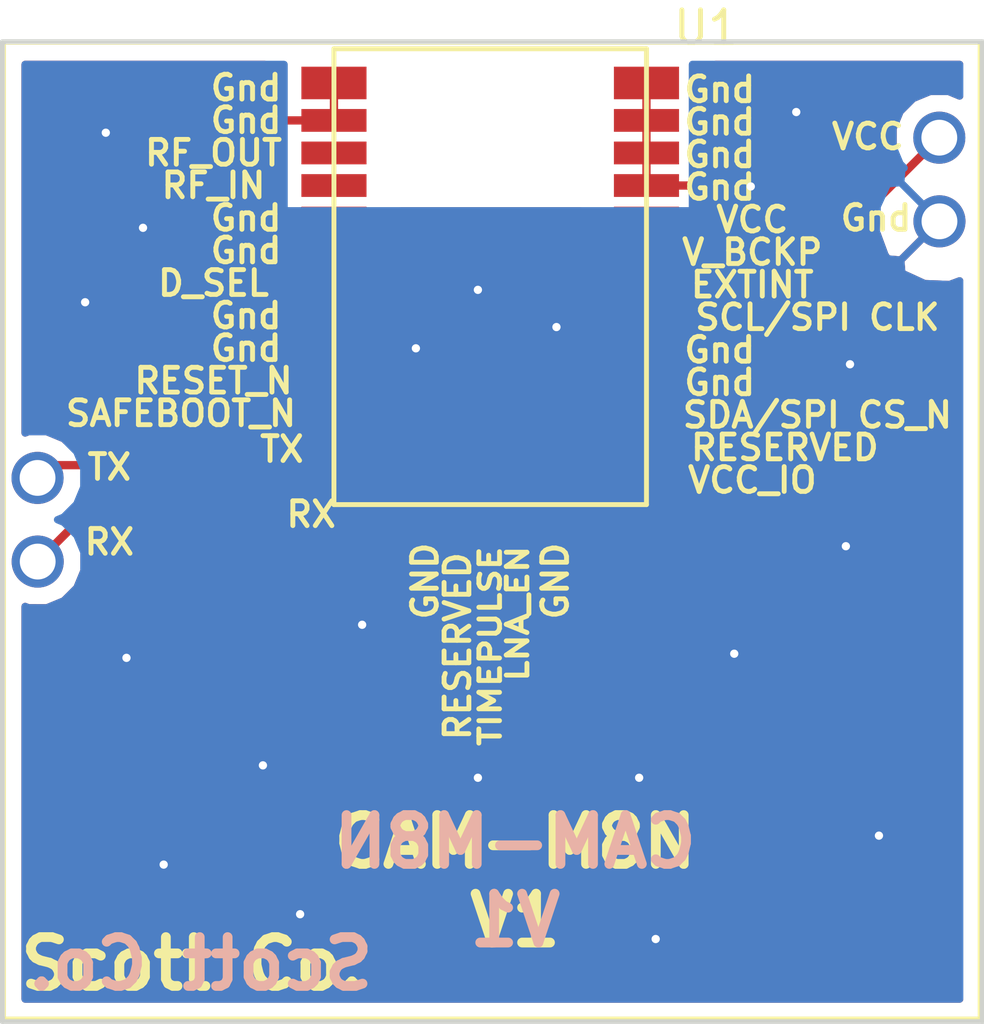
<source format=kicad_pcb>
(kicad_pcb (version 4) (host pcbnew 4.0.6)

  (general
    (links 24)
    (no_connects 1)
    (area 125.858999 90.715999 156.108001 120.965001)
    (thickness 1.6)
    (drawings 8)
    (tracks 75)
    (zones 0)
    (modules 1)
    (nets 8)
  )

  (page A4)
  (layers
    (0 F.Cu signal)
    (31 B.Cu signal)
    (32 B.Adhes user hide)
    (33 F.Adhes user)
    (34 B.Paste user)
    (35 F.Paste user)
    (36 B.SilkS user)
    (37 F.SilkS user)
    (38 B.Mask user hide)
    (39 F.Mask user hide)
    (40 Dwgs.User user hide)
    (41 Cmts.User user hide)
    (42 Eco1.User user hide)
    (43 Eco2.User user hide)
    (44 Edge.Cuts user)
    (45 Margin user hide)
    (46 B.CrtYd user hide)
    (47 F.CrtYd user hide)
    (48 B.Fab user hide)
    (49 F.Fab user hide)
  )

  (setup
    (last_trace_width 0.254)
    (trace_clearance 0.254)
    (zone_clearance 0.508)
    (zone_45_only no)
    (trace_min 0.1524)
    (segment_width 0.2)
    (edge_width 0.15)
    (via_size 0.381)
    (via_drill 0.254)
    (via_min_size 0.381)
    (via_min_drill 0.254)
    (user_via 0.508 0.3302)
    (user_via 0.889 0.508)
    (uvia_size 0.3)
    (uvia_drill 0.1)
    (uvias_allowed no)
    (uvia_min_size 0.2)
    (uvia_min_drill 0.1)
    (pcb_text_width 0.3)
    (pcb_text_size 1.5 1.5)
    (mod_edge_width 0.15)
    (mod_text_size 1 1)
    (mod_text_width 0.15)
    (pad_size 1.7 1.7)
    (pad_drill 1)
    (pad_to_mask_clearance 0.2)
    (aux_axis_origin 0 0)
    (grid_origin 135.84 90.41)
    (visible_elements 7FFEDFFF)
    (pcbplotparams
      (layerselection 0x00030_80000001)
      (usegerberextensions false)
      (excludeedgelayer true)
      (linewidth 0.100000)
      (plotframeref false)
      (viasonmask false)
      (mode 1)
      (useauxorigin false)
      (hpglpennumber 1)
      (hpglpenspeed 20)
      (hpglpendiameter 15)
      (hpglpenoverlay 2)
      (psnegative false)
      (psa4output false)
      (plotreference true)
      (plotvalue true)
      (plotinvisibletext false)
      (padsonsilk false)
      (subtractmaskfromsilk false)
      (outputformat 1)
      (mirror false)
      (drillshape 1)
      (scaleselection 1)
      (outputdirectory test))
  )

  (net 0 "")
  (net 1 "Net-(U1-Pad56)")
  (net 2 "Net-(U1-Pad54)")
  (net 3 "Net-(U1-Pad25)")
  (net 4 "Net-(U1-Pad26)")
  (net 5 "Net-(U1-Pad1)")
  (net 6 "Net-(U1-Pad16)")
  (net 7 GND)

  (net_class Default "This is the default net class."
    (clearance 0.254)
    (trace_width 0.254)
    (via_dia 0.381)
    (via_drill 0.254)
    (uvia_dia 0.3)
    (uvia_drill 0.1)
    (add_net GND)
    (add_net "Net-(U1-Pad1)")
    (add_net "Net-(U1-Pad16)")
    (add_net "Net-(U1-Pad25)")
    (add_net "Net-(U1-Pad26)")
    (add_net "Net-(U1-Pad54)")
    (add_net "Net-(U1-Pad56)")
  )

  (module EbayParts:CAM-M8Q (layer F.Cu) (tedit 59EEC32A) (tstamp 59EEEEF4)
    (at 135.967 91.807)
    (path /59EEC1A5)
    (fp_text reference U1 (at 11.6 -1.45) (layer F.SilkS)
      (effects (font (size 1 1) (thickness 0.15)))
    )
    (fp_text value CAM_M8Q (at 4.95 3.4) (layer F.Fab)
      (effects (font (size 1 1) (thickness 0.15)))
    )
    (fp_text user Gnd (at 16.8 4.4) (layer F.SilkS)
      (effects (font (size 0.762 0.762) (thickness 0.15)))
    )
    (fp_text user VCC (at 16.55 1.9) (layer F.SilkS)
      (effects (font (size 0.762 0.762) (thickness 0.15)))
    )
    (fp_text user RX (at -0.55 13.5) (layer F.SilkS)
      (effects (font (size 0.762 0.762) (thickness 0.15)))
    )
    (fp_text user TX (at -1.45 11.5) (layer F.SilkS)
      (effects (font (size 0.762 0.762) (thickness 0.15)))
    )
    (fp_text user GND (at 2.95 15.55 90) (layer F.SilkS)
      (effects (font (size 0.762 0.762) (thickness 0.15)))
    )
    (fp_text user RESERVED (at 3.95 17.55 90) (layer F.SilkS)
      (effects (font (size 0.762 0.762) (thickness 0.15)))
    )
    (fp_text user TIMEPULSE (at 4.95 17.55 90) (layer F.SilkS)
      (effects (font (size 0.635 0.762) (thickness 0.15)))
    )
    (fp_text user GND (at 6.95 15.55 90) (layer F.SilkS)
      (effects (font (size 0.762 0.762) (thickness 0.15)))
    )
    (fp_text user LNA_EN (at 5.792 16.55 90) (layer F.SilkS)
      (effects (font (size 0.635 0.762) (thickness 0.15)))
    )
    (fp_text user VCC_IO (at 13 12.45) (layer F.SilkS)
      (effects (font (size 0.762 0.762) (thickness 0.15)))
    )
    (fp_text user RESERVED (at 14 11.45) (layer F.SilkS)
      (effects (font (size 0.762 0.762) (thickness 0.15)))
    )
    (fp_text user "SDA/SPI CS_N" (at 15 10.45) (layer F.SilkS)
      (effects (font (size 0.762 0.762) (thickness 0.15)))
    )
    (fp_text user "SCL/SPI CLK" (at 15 7.45) (layer F.SilkS)
      (effects (font (size 0.762 0.762) (thickness 0.15)))
    )
    (fp_text user EXTINT (at 13 6.45) (layer F.SilkS)
      (effects (font (size 0.762 0.762) (thickness 0.15)))
    )
    (fp_text user V_BCKP (at 13 5.45) (layer F.SilkS)
      (effects (font (size 0.762 0.762) (thickness 0.15)))
    )
    (fp_text user VCC (at 13 4.45) (layer F.SilkS)
      (effects (font (size 0.762 0.762) (thickness 0.15)))
    )
    (fp_text user RX (at -6.75 14.35) (layer F.SilkS)
      (effects (font (size 0.762 0.762) (thickness 0.15)))
    )
    (fp_text user TX (at -6.75 12.05) (layer F.SilkS)
      (effects (font (size 0.762 0.762) (thickness 0.15)))
    )
    (fp_text user SAFEBOOT_N (at -4.55 10.4) (layer F.SilkS)
      (effects (font (size 0.762 0.762) (thickness 0.15)))
    )
    (fp_text user RESET_N (at -3.55 9.4) (layer F.SilkS)
      (effects (font (size 0.762 0.762) (thickness 0.15)))
    )
    (fp_text user D_SEL (at -3.55 6.4) (layer F.SilkS)
      (effects (font (size 0.762 0.762) (thickness 0.15)))
    )
    (fp_text user RF_IN (at -3.55 3.4) (layer F.SilkS)
      (effects (font (size 0.762 0.762) (thickness 0.15)))
    )
    (fp_text user RF_OUT (at -3.55 2.4) (layer F.SilkS)
      (effects (font (size 0.762 0.762) (thickness 0.15)))
    )
    (fp_text user Gnd (at -2.55 8.4) (layer F.SilkS)
      (effects (font (size 0.762 0.762) (thickness 0.15)))
    )
    (fp_text user Gnd (at -2.55 7.4) (layer F.SilkS)
      (effects (font (size 0.762 0.762) (thickness 0.15)))
    )
    (fp_text user Gnd (at -2.55 5.4) (layer F.SilkS)
      (effects (font (size 0.762 0.762) (thickness 0.15)))
    )
    (fp_text user Gnd (at -2.55 4.4) (layer F.SilkS)
      (effects (font (size 0.762 0.762) (thickness 0.15)))
    )
    (fp_text user Gnd (at -2.55 1.4) (layer F.SilkS)
      (effects (font (size 0.762 0.762) (thickness 0.15)))
    )
    (fp_text user Gnd (at -2.55 0.4) (layer F.SilkS)
      (effects (font (size 0.762 0.762) (thickness 0.15)))
    )
    (fp_text user Gnd (at 12 9.45) (layer F.SilkS)
      (effects (font (size 0.762 0.762) (thickness 0.15)))
    )
    (fp_text user Gnd (at 12 8.45) (layer F.SilkS)
      (effects (font (size 0.762 0.762) (thickness 0.15)))
    )
    (fp_text user Gnd (at 12 3.45) (layer F.SilkS)
      (effects (font (size 0.762 0.762) (thickness 0.15)))
    )
    (fp_text user Gnd (at 12 2.45) (layer F.SilkS)
      (effects (font (size 0.762 0.762) (thickness 0.15)))
    )
    (fp_text user Gnd (at 12 0.45) (layer F.SilkS)
      (effects (font (size 0.762 0.762) (thickness 0.15)))
    )
    (fp_text user Gnd (at 12 1.45) (layer F.SilkS)
      (effects (font (size 0.762 0.762) (thickness 0.15)))
    )
    (fp_line (start -10 -1) (end 20 -1) (layer F.SilkS) (width 0.15))
    (fp_line (start 20 -1) (end 20 29) (layer F.SilkS) (width 0.15))
    (fp_line (start 20 29) (end -10 29) (layer F.SilkS) (width 0.15))
    (fp_line (start -10 29) (end -10 -1) (layer F.SilkS) (width 0.15))
    (fp_line (start 0.15 13.2) (end 9.75 13.2) (layer F.SilkS) (width 0.15))
    (fp_line (start 9.75 13.2) (end 9.75 -0.8) (layer F.SilkS) (width 0.15))
    (fp_line (start 0.15 -0.8) (end 0.15 13.2) (layer F.SilkS) (width 0.15))
    (fp_line (start 0.15 -0.8) (end 9.75 -0.8) (layer F.SilkS) (width 0.15))
    (pad 62 thru_hole circle (at -8.9548 12.3804) (size 1.6 1.6) (drill 1.1) (layers *.Cu *.Mask)
      (net 1 "Net-(U1-Pad56)"))
    (pad 63 thru_hole circle (at -8.95 14.95) (size 1.6 1.6) (drill 1.1) (layers *.Cu *.Mask)
      (net 2 "Net-(U1-Pad54)"))
    (pad 61 thru_hole circle (at 18.75 4.5) (size 1.6 1.6) (drill 1.1) (layers *.Cu *.Mask)
      (net 7 GND))
    (pad 56 smd rect (at -4.7244 11.9888) (size 1.27 1.27) (layers F.Cu F.Paste F.Mask)
      (net 1 "Net-(U1-Pad56)"))
    (pad 54 smd rect (at -4.7244 13.97) (size 1.27 1.27) (layers F.Cu F.Paste F.Mask)
      (net 2 "Net-(U1-Pad54)"))
    (pad 55 smd rect (at -2.254 12) (size 1.27 1.27) (layers F.Cu F.Paste F.Mask)
      (net 3 "Net-(U1-Pad25)"))
    (pad 53 smd rect (at -2.254 14) (size 1.27 1.27) (layers F.Cu F.Paste F.Mask)
      (net 4 "Net-(U1-Pad26)"))
    (pad 50 smd rect (at 9.453 14.567) (size 1.27 1.27) (layers F.Cu F.Paste F.Mask)
      (net 7 GND))
    (pad 51 smd rect (at 11.35 14.6) (size 1.27 1.27) (layers F.Cu F.Paste F.Mask)
      (net 5 "Net-(U1-Pad1)"))
    (pad 28 smd rect (at 3.95 13.2) (size 0.7 2) (layers F.Cu F.Paste F.Mask))
    (pad 29 smd rect (at 4.95 13.2) (size 0.7 2) (layers F.Cu F.Paste F.Mask))
    (pad 30 smd rect (at 5.95 13.2) (size 0.7 2) (layers F.Cu F.Paste F.Mask))
    (pad 31 smd rect (at 6.95 13.2) (size 0.7 2) (layers F.Cu F.Paste F.Mask)
      (net 7 GND))
    (pad 27 smd rect (at 2.95 13.2) (size 0.7 2) (layers F.Cu F.Paste F.Mask)
      (net 7 GND))
    (pad 1 smd rect (at 9.75 12.4) (size 2 0.7) (layers F.Cu F.Paste F.Mask)
      (net 5 "Net-(U1-Pad1)"))
    (pad 2 smd rect (at 9.75 11.4) (size 2 0.7) (layers F.Cu F.Paste F.Mask))
    (pad 3 smd rect (at 9.75 10.4) (size 2 0.7) (layers F.Cu F.Paste F.Mask))
    (pad 4 smd rect (at 9.75 9.4) (size 2 0.7) (layers F.Cu F.Paste F.Mask)
      (net 7 GND))
    (pad 5 smd rect (at 9.75 8.4) (size 2 0.7) (layers F.Cu F.Paste F.Mask)
      (net 7 GND))
    (pad 6 smd rect (at 9.75 7.4) (size 2 0.7) (layers F.Cu F.Paste F.Mask))
    (pad 7 smd rect (at 9.75 6.4) (size 2 0.7) (layers F.Cu F.Paste F.Mask))
    (pad 8 smd rect (at 9.75 5.4) (size 2 0.7) (layers F.Cu F.Paste F.Mask)
      (net 5 "Net-(U1-Pad1)"))
    (pad 9 smd rect (at 9.75 4.4) (size 2 0.7) (layers F.Cu F.Paste F.Mask)
      (net 5 "Net-(U1-Pad1)"))
    (pad 10 smd rect (at 9.75 3.4) (size 2 0.7) (layers F.Cu F.Paste F.Mask)
      (net 7 GND))
    (pad 15 smd rect (at 0.15 1.4) (size 2 0.7) (layers F.Cu F.Paste F.Mask)
      (net 7 GND))
    (pad 16 smd rect (at 0.15 2.4) (size 2 0.7) (layers F.Cu F.Paste F.Mask)
      (net 6 "Net-(U1-Pad16)"))
    (pad 17 smd rect (at 0.15 3.4) (size 2 0.7) (layers F.Cu F.Paste F.Mask)
      (net 6 "Net-(U1-Pad16)"))
    (pad 18 smd rect (at 0.15 4.4) (size 2 0.7) (layers F.Cu F.Paste F.Mask)
      (net 7 GND))
    (pad 19 smd rect (at 0.15 5.4) (size 2 0.7) (layers F.Cu F.Paste F.Mask)
      (net 7 GND))
    (pad 20 smd rect (at 0.15 6.4) (size 2 0.7) (layers F.Cu F.Paste F.Mask))
    (pad 21 smd rect (at 0.15 7.4) (size 2 0.7) (layers F.Cu F.Paste F.Mask)
      (net 7 GND))
    (pad 22 smd rect (at 0.15 8.4) (size 2 0.7) (layers F.Cu F.Paste F.Mask)
      (net 7 GND))
    (pad 23 smd rect (at 0.15 9.4) (size 2 0.7) (layers F.Cu F.Paste F.Mask))
    (pad 24 smd rect (at 0.15 10.4) (size 2 0.7) (layers F.Cu F.Paste F.Mask))
    (pad 25 smd rect (at 0.15 11.4) (size 2 0.7) (layers F.Cu F.Paste F.Mask)
      (net 3 "Net-(U1-Pad25)"))
    (pad 26 smd rect (at 0.15 12.4) (size 2 0.7) (layers F.Cu F.Paste F.Mask)
      (net 4 "Net-(U1-Pad26)"))
    (pad 11 smd rect (at 9.75 2.4) (size 2 0.7) (layers F.Cu F.Paste F.Mask)
      (net 7 GND))
    (pad 12 smd rect (at 9.75 1.4) (size 2 0.7) (layers F.Cu F.Paste F.Mask)
      (net 7 GND))
    (pad 14 smd rect (at 0.15 0.25) (size 2 1) (layers F.Cu F.Paste F.Mask)
      (net 7 GND))
    (pad 13 smd rect (at 9.75 0.25) (size 2 1) (layers F.Cu F.Paste F.Mask)
      (net 7 GND))
    (pad 60 thru_hole circle (at 18.7452 1.9304) (size 1.6 1.6) (drill 1.1) (layers *.Cu *.Mask)
      (net 5 "Net-(U1-Pad1)"))
  )

  (gr_text "CAM-M8N\nV1" (at 141.682 116.572) (layer B.SilkS)
    (effects (font (size 1.5 1.5) (thickness 0.3)) (justify mirror))
  )
  (gr_text "Scott Co." (at 132.03 119.112) (layer B.SilkS) (tstamp 59EEF21B)
    (effects (font (size 1.5 1.5) (thickness 0.3)) (justify mirror))
  )
  (gr_text "Scott Co." (at 131.776 119.112) (layer F.SilkS)
    (effects (font (size 1.5 1.5) (thickness 0.3)))
  )
  (gr_line (start 156.033 90.791) (end 125.934 90.791) (angle 90) (layer Edge.Cuts) (width 0.15))
  (gr_line (start 156.033 120.89) (end 156.033 90.791) (angle 90) (layer Edge.Cuts) (width 0.15))
  (gr_line (start 125.934 120.89) (end 156.033 120.89) (angle 90) (layer Edge.Cuts) (width 0.15))
  (gr_line (start 125.934 90.791) (end 125.934 120.89) (angle 90) (layer Edge.Cuts) (width 0.15))
  (gr_text "CAM-M8N\nV1" (at 141.682 116.572) (layer F.SilkS)
    (effects (font (size 1.5 1.5) (thickness 0.3)))
  )

  (segment (start 131.2426 103.7958) (end 127.4038 103.7958) (width 0.254) (layer F.Cu) (net 1))
  (segment (start 127.4038 103.7958) (end 127.0122 104.1874) (width 0.254) (layer F.Cu) (net 1) (tstamp 59EEEF26))
  (segment (start 127.017 106.757) (end 127.997 105.777) (width 0.254) (layer F.Cu) (net 2))
  (segment (start 127.997 105.777) (end 131.2426 105.777) (width 0.254) (layer F.Cu) (net 2) (tstamp 59EEEF29))
  (segment (start 133.713 103.807) (end 134.313 103.207) (width 0.254) (layer F.Cu) (net 3))
  (segment (start 134.313 103.207) (end 136.117 103.207) (width 0.254) (layer F.Cu) (net 3) (tstamp 59EEEF2F))
  (segment (start 133.713 105.807) (end 135.313 104.207) (width 0.254) (layer F.Cu) (net 4))
  (segment (start 135.313 104.207) (end 136.117 104.207) (width 0.254) (layer F.Cu) (net 4) (tstamp 59EEEF2C))
  (segment (start 145.717 104.207) (end 147.189 104.207) (width 0.254) (layer F.Cu) (net 5))
  (segment (start 147.651 103.745) (end 147.651 96.506) (width 0.254) (layer F.Cu) (net 5) (tstamp 59EEEF43))
  (segment (start 147.189 104.207) (end 147.651 103.745) (width 0.254) (layer F.Cu) (net 5) (tstamp 59EEEF42))
  (segment (start 145.717 97.207) (end 146.95 97.207) (width 0.254) (layer F.Cu) (net 5))
  (segment (start 146.95 97.207) (end 147.651 96.506) (width 0.254) (layer F.Cu) (net 5) (tstamp 59EEEF3D))
  (segment (start 147.651 96.506) (end 147.95 96.207) (width 0.254) (layer F.Cu) (net 5) (tstamp 59EEEF46))
  (segment (start 145.717 96.207) (end 147.95 96.207) (width 0.254) (layer F.Cu) (net 5))
  (segment (start 147.95 96.207) (end 152.2426 96.207) (width 0.254) (layer F.Cu) (net 5) (tstamp 59EEEF40))
  (segment (start 152.2426 96.207) (end 154.7122 93.7374) (width 0.254) (layer F.Cu) (net 5) (tstamp 59EEEF39))
  (segment (start 147.317 106.407) (end 145.717 104.807) (width 0.254) (layer F.Cu) (net 5))
  (segment (start 145.717 104.807) (end 145.717 104.207) (width 0.254) (layer F.Cu) (net 5) (tstamp 59EEEF36))
  (via (at 130.252 96.506) (size 0.381) (drill 0.254) (layers F.Cu B.Cu) (net 7))
  (via (at 140.539 98.411) (size 0.381) (drill 0.254) (layers F.Cu B.Cu) (net 7))
  (via (at 135.078 117.588) (size 0.381) (drill 0.254) (layers F.Cu B.Cu) (net 7))
  (segment (start 140.539 113.27) (end 140.539 113.397) (width 0.254) (layer F.Cu) (net 7))
  (via (at 140.539 113.397) (size 0.381) (drill 0.254) (layers F.Cu B.Cu) (net 7))
  (via (at 146 118.35) (size 0.381) (drill 0.254) (layers F.Cu B.Cu) (net 7))
  (via (at 152.858 115.175) (size 0.381) (drill 0.254) (layers F.Cu B.Cu) (net 7))
  (via (at 148.413 109.587) (size 0.381) (drill 0.254) (layers F.Cu B.Cu) (net 7))
  (via (at 145.492 113.397) (size 0.381) (drill 0.254) (layers F.Cu B.Cu) (net 7))
  (via (at 133.935 113.016) (size 0.381) (drill 0.254) (layers F.Cu B.Cu) (net 7))
  (via (at 130.887 116.064) (size 0.381) (drill 0.254) (layers F.Cu B.Cu) (net 7))
  (via (at 129.744 109.714) (size 0.381) (drill 0.254) (layers F.Cu B.Cu) (net 7))
  (via (at 136.983 108.698) (size 0.381) (drill 0.254) (layers F.Cu B.Cu) (net 7))
  (via (at 151.842 106.285) (size 0.381) (drill 0.254) (layers F.Cu B.Cu) (net 7))
  (via (at 151.969 100.697) (size 0.381) (drill 0.254) (layers F.Cu B.Cu) (net 7))
  (via (at 150.318 92.95) (size 0.381) (drill 0.254) (layers F.Cu B.Cu) (net 7))
  (via (at 129.109 93.585) (size 0.381) (drill 0.254) (layers F.Cu B.Cu) (net 7))
  (via (at 128.474 98.792) (size 0.381) (drill 0.254) (layers F.Cu B.Cu) (net 7))
  (segment (start 142.917 105.007) (end 142.917 101.113) (width 0.254) (layer F.Cu) (net 7))
  (segment (start 142.917 101.113) (end 143.823 100.207) (width 0.254) (layer F.Cu) (net 7) (tstamp 59EEEFB9))
  (segment (start 136.117 99.207) (end 133.842 99.207) (width 0.254) (layer F.Cu) (net 7))
  (segment (start 133.493 98.858) (end 133.493 97.207) (width 0.254) (layer F.Cu) (net 7) (tstamp 59EEEFB6))
  (segment (start 133.842 99.207) (end 133.493 98.858) (width 0.254) (layer F.Cu) (net 7) (tstamp 59EEEFB5))
  (segment (start 136.117 93.207) (end 133.17 93.207) (width 0.254) (layer F.Cu) (net 7))
  (segment (start 133.17 93.207) (end 132.665 93.712) (width 0.254) (layer F.Cu) (net 7) (tstamp 59EEEFAF))
  (segment (start 132.665 93.712) (end 132.665 96.379) (width 0.254) (layer F.Cu) (net 7) (tstamp 59EEEFB0))
  (segment (start 132.665 96.379) (end 133.493 97.207) (width 0.254) (layer F.Cu) (net 7) (tstamp 59EEEFB1))
  (segment (start 133.493 97.207) (end 136.117 97.207) (width 0.254) (layer F.Cu) (net 7) (tstamp 59EEEFB2))
  (segment (start 145.717 95.207) (end 148.892 95.207) (width 0.254) (layer F.Cu) (net 7))
  (segment (start 148.892 95.207) (end 148.921 95.236) (width 0.254) (layer F.Cu) (net 7) (tstamp 59EEEFA0))
  (via (at 148.921 95.236) (size 0.381) (drill 0.254) (layers F.Cu B.Cu) (net 7))
  (segment (start 148.921 95.236) (end 149.048 95.363) (width 0.254) (layer B.Cu) (net 7) (tstamp 59EEEFA2))
  (segment (start 149.048 95.363) (end 149.048 98.665) (width 0.254) (layer B.Cu) (net 7) (tstamp 59EEEFA3))
  (segment (start 149.048 98.665) (end 148.159 99.554) (width 0.254) (layer B.Cu) (net 7) (tstamp 59EEEFA4))
  (segment (start 148.159 99.554) (end 142.952 99.554) (width 0.254) (layer B.Cu) (net 7) (tstamp 59EEEFA5))
  (via (at 142.952 99.554) (size 0.381) (drill 0.254) (layers F.Cu B.Cu) (net 7))
  (segment (start 142.952 99.554) (end 143.605 100.207) (width 0.254) (layer F.Cu) (net 7) (tstamp 59EEEFA7))
  (segment (start 143.605 100.207) (end 143.823 100.207) (width 0.254) (layer F.Cu) (net 7) (tstamp 59EEEFA8))
  (segment (start 143.823 100.207) (end 145.717 100.207) (width 0.254) (layer F.Cu) (net 7) (tstamp 59EEEFBC))
  (segment (start 145.717 94.207) (end 145.717 93.207) (width 0.254) (layer F.Cu) (net 7))
  (segment (start 145.717 92.057) (end 145.717 93.207) (width 0.254) (layer F.Cu) (net 7))
  (segment (start 145.717 95.207) (end 145.717 94.207) (width 0.254) (layer F.Cu) (net 7))
  (segment (start 145.717 100.207) (end 138.634 100.207) (width 0.254) (layer F.Cu) (net 7))
  (segment (start 145.717 100.207) (end 145.717 101.207) (width 0.254) (layer F.Cu) (net 7))
  (segment (start 138.634 100.207) (end 138.634 104.724) (width 0.254) (layer F.Cu) (net 7))
  (segment (start 138.634 104.724) (end 138.917 105.007) (width 0.254) (layer F.Cu) (net 7) (tstamp 59EEEF88))
  (via (at 138.634 100.207) (size 0.381) (drill 0.254) (layers F.Cu B.Cu) (net 7))
  (segment (start 138.634 100.207) (end 138.634 100.189) (width 0.254) (layer B.Cu) (net 7) (tstamp 59EEEF84))
  (segment (start 136.117 100.207) (end 138.634 100.207) (width 0.254) (layer F.Cu) (net 7))
  (segment (start 138.634 100.207) (end 138.652 100.207) (width 0.254) (layer F.Cu) (net 7) (tstamp 59EEEF81))
  (segment (start 138.652 100.207) (end 138.761 100.316) (width 0.254) (layer F.Cu) (net 7) (tstamp 59EEEF7E))
  (segment (start 136.117 100.207) (end 136.117 99.207) (width 0.254) (layer F.Cu) (net 7))
  (segment (start 136.117 96.207) (end 136.117 97.207) (width 0.254) (layer F.Cu) (net 7))
  (segment (start 136.117 92.057) (end 136.117 93.207) (width 0.254) (layer F.Cu) (net 7))
  (segment (start 142.917 105.007) (end 144.284 106.374) (width 0.254) (layer F.Cu) (net 7))
  (segment (start 144.284 106.374) (end 145.42 106.374) (width 0.254) (layer F.Cu) (net 7) (tstamp 59EEEF32))

  (zone (net 7) (net_name GND) (layer F.Cu) (tstamp 59EEEF48) (hatch edge 0.508)
    (connect_pads (clearance 0.508))
    (min_thickness 0.22606)
    (fill yes (arc_segments 16) (thermal_gap 1.016) (thermal_bridge_width 0.2286))
    (polygon
      (pts
        (xy 155.906 120.763) (xy 126.061 120.763) (xy 126.061 90.918) (xy 134.697 90.918) (xy 134.697 95.871)
        (xy 147.016 95.871) (xy 147.016 90.918) (xy 155.906 90.791)
      )
    )
    (filled_polygon
      (pts
        (xy 143.759855 96.196544) (xy 144.077456 96.514145) (xy 144.083804 96.516774) (xy 144.083804 96.557) (xy 144.113065 96.712507)
        (xy 144.083804 96.857) (xy 144.083804 97.557) (xy 144.113065 97.712507) (xy 144.083804 97.857) (xy 144.083804 98.557)
        (xy 144.113065 98.712507) (xy 144.083804 98.857) (xy 144.083804 98.897226) (xy 144.077456 98.899855) (xy 143.759855 99.217456)
        (xy 143.58797 99.632422) (xy 143.58797 99.923473) (xy 143.820904 100.156407) (xy 143.759855 100.217456) (xy 143.688305 100.390192)
        (xy 143.58797 100.490527) (xy 143.58797 100.923473) (xy 143.688305 101.023808) (xy 143.759855 101.196544) (xy 143.820904 101.257593)
        (xy 143.58797 101.490527) (xy 143.58797 101.781578) (xy 143.759855 102.196544) (xy 144.077456 102.514145) (xy 144.083804 102.516774)
        (xy 144.083804 102.557) (xy 144.113065 102.712507) (xy 144.083804 102.857) (xy 144.083804 103.227115) (xy 143.906544 103.049855)
        (xy 143.491578 102.87797) (xy 143.200527 102.87797) (xy 142.91827 103.160227) (xy 142.91827 105.00573) (xy 142.93827 105.00573)
        (xy 142.93827 105.00827) (xy 142.91827 105.00827) (xy 142.91827 106.853773) (xy 143.200527 107.13603) (xy 143.491578 107.13603)
        (xy 143.65597 107.067936) (xy 143.65597 107.233578) (xy 143.827855 107.648544) (xy 144.145456 107.966145) (xy 144.560422 108.13803)
        (xy 145.136473 108.13803) (xy 145.41873 107.855773) (xy 145.41873 106.37527) (xy 145.39873 106.37527) (xy 145.39873 106.37273)
        (xy 145.41873 106.37273) (xy 145.41873 106.35273) (xy 145.42127 106.35273) (xy 145.42127 106.37273) (xy 145.44127 106.37273)
        (xy 145.44127 106.37527) (xy 145.42127 106.37527) (xy 145.42127 107.855773) (xy 145.703527 108.13803) (xy 146.279578 108.13803)
        (xy 146.694544 107.966145) (xy 146.985493 107.675196) (xy 147.952 107.675196) (xy 148.18214 107.631892) (xy 148.393509 107.49588)
        (xy 148.535309 107.288349) (xy 148.585196 107.042) (xy 148.585196 105.772) (xy 148.541892 105.54186) (xy 148.40588 105.330491)
        (xy 148.198349 105.188691) (xy 147.952 105.138804) (xy 147.106678 105.138804) (xy 147.049134 105.08126) (xy 147.158509 105.01088)
        (xy 147.197876 104.953264) (xy 147.475259 104.89809) (xy 147.717937 104.735937) (xy 148.179937 104.273937) (xy 148.34209 104.031259)
        (xy 148.39903 103.745) (xy 148.39903 96.95503) (xy 152.2426 96.95503) (xy 152.528859 96.89809) (xy 152.771537 96.735937)
        (xy 152.806156 96.701318) (xy 153.040673 97.335744) (xy 153.125062 97.462041) (xy 153.524935 97.497269) (xy 154.715204 96.307)
        (xy 154.701062 96.292858) (xy 154.702858 96.291062) (xy 154.717 96.305204) (xy 154.731143 96.291062) (xy 154.732939 96.292858)
        (xy 154.718796 96.307) (xy 154.732939 96.321143) (xy 154.731143 96.322939) (xy 154.717 96.308796) (xy 153.526731 97.499065)
        (xy 153.561959 97.898938) (xy 154.25909 98.219774) (xy 155.025933 98.249407) (xy 155.33697 98.134431) (xy 155.33697 120.19397)
        (xy 126.63003 120.19397) (xy 126.63003 108.134985) (xy 126.7331 108.177783) (xy 127.29842 108.178276) (xy 127.820897 107.962393)
        (xy 128.220988 107.563) (xy 128.437783 107.0409) (xy 128.438233 106.52503) (xy 129.995672 106.52503) (xy 130.017708 106.64214)
        (xy 130.15372 106.853509) (xy 130.361251 106.995309) (xy 130.6076 107.045196) (xy 131.8776 107.045196) (xy 132.10774 107.001892)
        (xy 132.319109 106.86588) (xy 132.460909 106.658349) (xy 132.473663 106.59537) (xy 132.488108 106.67214) (xy 132.62412 106.883509)
        (xy 132.831651 107.025309) (xy 133.078 107.075196) (xy 134.348 107.075196) (xy 134.57814 107.031892) (xy 134.789509 106.89588)
        (xy 134.931309 106.688349) (xy 134.981196 106.442) (xy 134.981196 105.596678) (xy 135.387678 105.190196) (xy 137.117 105.190196)
        (xy 137.34714 105.146892) (xy 137.558509 105.01088) (xy 137.560291 105.008272) (xy 137.720225 105.008272) (xy 137.43797 105.290527)
        (xy 137.43797 106.231578) (xy 137.609855 106.646544) (xy 137.927456 106.964145) (xy 138.342422 107.13603) (xy 138.633473 107.13603)
        (xy 138.91573 106.853773) (xy 138.91573 105.00827) (xy 138.89573 105.00827) (xy 138.89573 105.00573) (xy 138.91573 105.00573)
        (xy 138.91573 103.160227) (xy 138.91827 103.160227) (xy 138.91827 105.00573) (xy 138.933804 105.00573) (xy 138.933804 105.00827)
        (xy 138.91827 105.00827) (xy 138.91827 106.853773) (xy 139.200527 107.13603) (xy 139.491578 107.13603) (xy 139.906544 106.964145)
        (xy 140.224145 106.646544) (xy 140.226774 106.640196) (xy 140.267 106.640196) (xy 140.422507 106.610935) (xy 140.567 106.640196)
        (xy 141.267 106.640196) (xy 141.422507 106.610935) (xy 141.567 106.640196) (xy 141.607226 106.640196) (xy 141.609855 106.646544)
        (xy 141.927456 106.964145) (xy 142.342422 107.13603) (xy 142.633473 107.13603) (xy 142.91573 106.853773) (xy 142.91573 105.00827)
        (xy 142.900196 105.00827) (xy 142.900196 105.00573) (xy 142.91573 105.00573) (xy 142.91573 103.160227) (xy 142.633473 102.87797)
        (xy 142.342422 102.87797) (xy 141.927456 103.049855) (xy 141.609855 103.367456) (xy 141.607226 103.373804) (xy 141.567 103.373804)
        (xy 141.411493 103.403065) (xy 141.267 103.373804) (xy 140.567 103.373804) (xy 140.411493 103.403065) (xy 140.267 103.373804)
        (xy 140.226774 103.373804) (xy 140.224145 103.367456) (xy 139.906544 103.049855) (xy 139.491578 102.87797) (xy 139.200527 102.87797)
        (xy 138.91827 103.160227) (xy 138.91573 103.160227) (xy 138.633473 102.87797) (xy 138.342422 102.87797) (xy 137.927456 103.049855)
        (xy 137.750196 103.227115) (xy 137.750196 102.857) (xy 137.720935 102.701493) (xy 137.750196 102.557) (xy 137.750196 101.857)
        (xy 137.720935 101.701493) (xy 137.750196 101.557) (xy 137.750196 101.516774) (xy 137.756544 101.514145) (xy 138.074145 101.196544)
        (xy 138.24603 100.781578) (xy 138.24603 100.490527) (xy 138.013096 100.257593) (xy 138.074145 100.196544) (xy 138.145695 100.023808)
        (xy 138.24603 99.923473) (xy 138.24603 99.490527) (xy 138.145695 99.390192) (xy 138.074145 99.217456) (xy 138.013096 99.156407)
        (xy 138.24603 98.923473) (xy 138.24603 98.632422) (xy 138.074145 98.217456) (xy 138.063689 98.207) (xy 138.074145 98.196544)
        (xy 138.24603 97.781578) (xy 138.24603 97.490527) (xy 138.013096 97.257593) (xy 138.074145 97.196544) (xy 138.145695 97.023808)
        (xy 138.24603 96.923473) (xy 138.24603 96.490527) (xy 138.145695 96.390192) (xy 138.074145 96.217456) (xy 138.013096 96.156407)
        (xy 138.185473 95.98403) (xy 143.671829 95.98403)
      )
    )
    (filled_polygon
      (pts
        (xy 133.98797 91.773473) (xy 134.270227 92.05573) (xy 134.321581 92.05573) (xy 134.319041 92.05827) (xy 134.270227 92.05827)
        (xy 133.98797 92.340527) (xy 133.98797 92.923473) (xy 134.088305 93.023808) (xy 134.159855 93.196544) (xy 134.220904 93.257593)
        (xy 133.98797 93.490527) (xy 133.98797 93.781578) (xy 134.159855 94.196544) (xy 134.477456 94.514145) (xy 134.483804 94.516774)
        (xy 134.483804 94.557) (xy 134.513065 94.712507) (xy 134.483804 94.857) (xy 134.483804 94.897226) (xy 134.477456 94.899855)
        (xy 134.159855 95.217456) (xy 133.98797 95.632422) (xy 133.98797 95.923473) (xy 134.220904 96.156407) (xy 134.159855 96.217456)
        (xy 134.088305 96.390192) (xy 133.98797 96.490527) (xy 133.98797 96.923473) (xy 134.088305 97.023808) (xy 134.159855 97.196544)
        (xy 134.220904 97.257593) (xy 133.98797 97.490527) (xy 133.98797 97.781578) (xy 134.159855 98.196544) (xy 134.170311 98.207)
        (xy 134.159855 98.217456) (xy 133.98797 98.632422) (xy 133.98797 98.923473) (xy 134.220904 99.156407) (xy 134.159855 99.217456)
        (xy 134.088305 99.390192) (xy 133.98797 99.490527) (xy 133.98797 99.923473) (xy 134.088305 100.023808) (xy 134.159855 100.196544)
        (xy 134.220904 100.257593) (xy 133.98797 100.490527) (xy 133.98797 100.781578) (xy 134.159855 101.196544) (xy 134.477456 101.514145)
        (xy 134.483804 101.516774) (xy 134.483804 101.557) (xy 134.513065 101.712507) (xy 134.483804 101.857) (xy 134.483804 102.45897)
        (xy 134.313 102.45897) (xy 134.026741 102.51591) (xy 133.992478 102.538804) (xy 133.078 102.538804) (xy 132.84786 102.582108)
        (xy 132.636491 102.71812) (xy 132.494691 102.925651) (xy 132.480104 102.997685) (xy 132.467492 102.93066) (xy 132.33148 102.719291)
        (xy 132.123949 102.577491) (xy 131.8776 102.527604) (xy 130.6076 102.527604) (xy 130.37746 102.570908) (xy 130.166091 102.70692)
        (xy 130.024291 102.914451) (xy 129.997293 103.04777) (xy 127.882446 103.04777) (xy 127.8182 102.983412) (xy 127.2961 102.766617)
        (xy 126.73078 102.766124) (xy 126.63003 102.807753) (xy 126.63003 91.48703) (xy 133.98797 91.48703)
      )
    )
    (filled_polygon
      (pts
        (xy 155.33697 92.458159) (xy 154.9961 92.316617) (xy 154.43078 92.316124) (xy 153.908303 92.532007) (xy 153.508212 92.9314)
        (xy 153.291417 93.4535) (xy 153.290924 94.01882) (xy 153.314894 94.076832) (xy 151.932756 95.45897) (xy 147.814473 95.45897)
        (xy 147.613096 95.257593) (xy 147.674145 95.196544) (xy 147.745695 95.023808) (xy 147.84603 94.923473) (xy 147.84603 94.490527)
        (xy 147.745695 94.390192) (xy 147.674145 94.217456) (xy 147.663689 94.207) (xy 147.674145 94.196544) (xy 147.745695 94.023808)
        (xy 147.84603 93.923473) (xy 147.84603 93.490527) (xy 147.745695 93.390192) (xy 147.674145 93.217456) (xy 147.663689 93.207)
        (xy 147.674145 93.196544) (xy 147.745695 93.023808) (xy 147.84603 92.923473) (xy 147.84603 92.340527) (xy 147.563773 92.05827)
        (xy 147.514959 92.05827) (xy 147.512419 92.05573) (xy 147.563773 92.05573) (xy 147.84603 91.773473) (xy 147.84603 91.48703)
        (xy 155.33697 91.48703)
      )
    )
  )
  (zone (net 7) (net_name GND) (layer B.Cu) (tstamp 59EEEF48) (hatch edge 0.508)
    (connect_pads (clearance 0.508))
    (min_thickness 0.22606)
    (fill yes (arc_segments 16) (thermal_gap 1.016) (thermal_bridge_width 0.2286))
    (polygon
      (pts
        (xy 155.906 120.763) (xy 126.061 120.763) (xy 126.061 90.918) (xy 134.697 90.918) (xy 134.697 95.871)
        (xy 147.016 95.871) (xy 147.016 90.918) (xy 155.906 90.791)
      )
    )
    (filled_polygon
      (pts
        (xy 134.58397 95.871) (xy 134.592875 95.914975) (xy 134.618187 95.952021) (xy 134.655918 95.9763) (xy 134.697 95.98403)
        (xy 147.016 95.98403) (xy 147.059975 95.975125) (xy 147.097021 95.949813) (xy 147.1213 95.912082) (xy 147.12903 95.871)
        (xy 147.12903 91.48703) (xy 155.33697 91.48703) (xy 155.33697 92.458159) (xy 154.9961 92.316617) (xy 154.43078 92.316124)
        (xy 153.908303 92.532007) (xy 153.508212 92.9314) (xy 153.291417 93.4535) (xy 153.290924 94.01882) (xy 153.506807 94.541297)
        (xy 153.63293 94.667641) (xy 153.561959 94.715062) (xy 153.526731 95.114935) (xy 154.717 96.305204) (xy 154.731143 96.291062)
        (xy 154.732939 96.292858) (xy 154.718796 96.307) (xy 154.732939 96.321143) (xy 154.731143 96.322939) (xy 154.717 96.308796)
        (xy 153.526731 97.499065) (xy 153.561959 97.898938) (xy 154.25909 98.219774) (xy 155.025933 98.249407) (xy 155.33697 98.134431)
        (xy 155.33697 120.19397) (xy 126.63003 120.19397) (xy 126.63003 108.134985) (xy 126.7331 108.177783) (xy 127.29842 108.178276)
        (xy 127.820897 107.962393) (xy 128.220988 107.563) (xy 128.437783 107.0409) (xy 128.438276 106.47558) (xy 128.222393 105.953103)
        (xy 127.823 105.553012) (xy 127.626156 105.471275) (xy 127.816097 105.392793) (xy 128.216188 104.9934) (xy 128.432983 104.4713)
        (xy 128.433476 103.90598) (xy 128.217593 103.383503) (xy 127.8182 102.983412) (xy 127.2961 102.766617) (xy 126.73078 102.766124)
        (xy 126.63003 102.807753) (xy 126.63003 96.615933) (xy 152.774593 96.615933) (xy 153.040673 97.335744) (xy 153.125062 97.462041)
        (xy 153.524935 97.497269) (xy 154.715204 96.307) (xy 153.524935 95.116731) (xy 153.125062 95.151959) (xy 152.804226 95.84909)
        (xy 152.774593 96.615933) (xy 126.63003 96.615933) (xy 126.63003 91.48703) (xy 134.58397 91.48703)
      )
    )
  )
)

</source>
